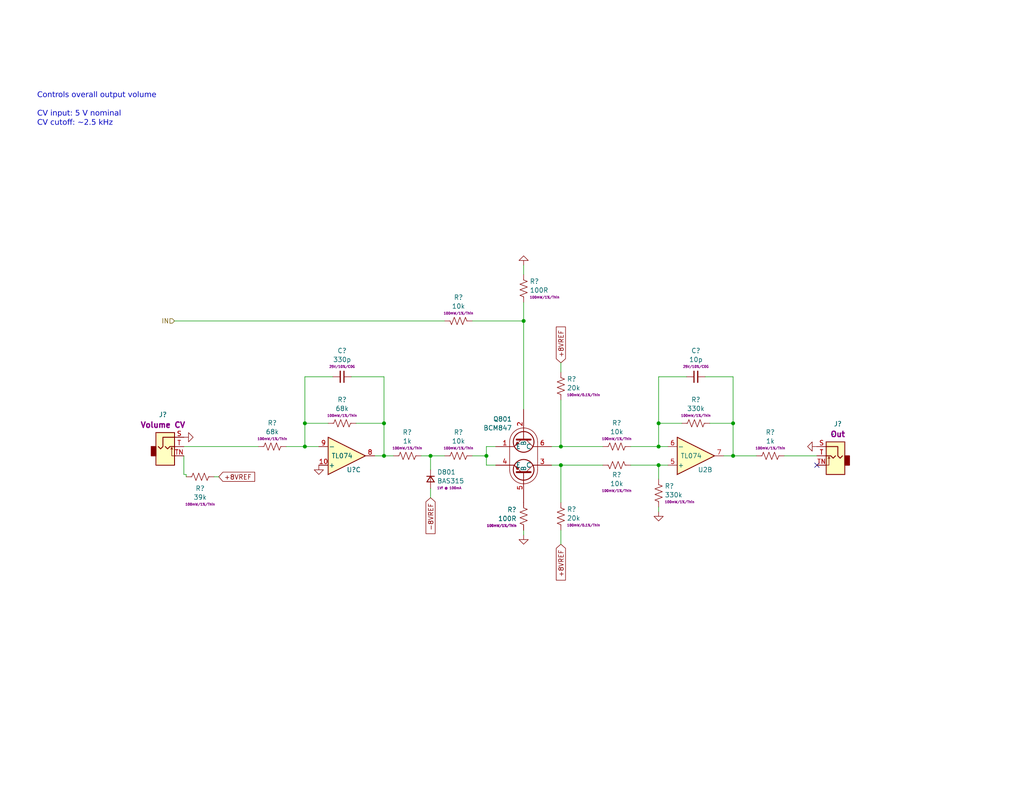
<source format=kicad_sch>
(kicad_sch (version 20250114) (generator "eeschema") (generator_version "9.0")
  (paper "USLetter")
  (title_block (title "Neptune") (date "2023-11-09") (rev "v3") (company "Winterbloom") (comment 1 "Carson Walls") (comment 2 "CERN-OHL-P v2") (comment 3 "neptune.wntr.dev"))
  (lib_symbols
    (symbol "Device:C_Small" (pin_numbers (hide yes)) (pin_names (offset 0.254) (hide yes))
      (property "Reference" "C" (at 0.254 1.778 0))
      (property "Value" "C_Small" (at 0.254 -2.032 0))
      (symbol "C_Small_0_1"
        (polyline (pts (xy -1.524 0.508) (xy 1.524 0.508)) (stroke (width 0.3048)))
        (polyline (pts (xy -1.524 -0.508) (xy 1.524 -0.508)) (stroke (width 0.3302)))
      )
      (symbol "C_Small_1_1"
        (pin passive line (at 0 2.54 270) (length 2.032) (name "~") (number "1"))
        (pin passive line (at 0 -2.54 90) (length 2.032) (name "~") (number "2"))
      )
    )
    (symbol "Device:D_Small" (pin_numbers (hide yes)) (pin_names (offset 0.254) (hide yes))
      (property "Reference" "D" (at -1.27 2.032 0))
      (property "Value" "D_Small" (at -3.81 -2.032 0))
      (symbol "D_Small_0_1"
        (polyline (pts (xy -0.762 0) (xy 0.762 0)))
        (polyline (pts (xy -0.762 -1.016) (xy -0.762 1.016)) (stroke (width 0.254)))
        (polyline (pts (xy 0.762 -1.016) (xy -0.762 0) (xy 0.762 1.016) (xy 0.762 -1.016)) (stroke (width 0.254)))
      )
      (symbol "D_Small_1_1"
        (pin passive line (at -2.54 0 0) (length 1.778) (name "K") (number "1"))
        (pin passive line (at 2.54 0 180) (length 1.778) (name "A") (number "2"))
      )
    )
    (symbol "Device:R_US" (pin_numbers (hide yes)) (pin_names (offset 0))
      (property "Reference" "R" (at 2.54 0 90))
      (property "Value" "R_US" (at -2.54 0 90))
      (symbol "R_US_0_1"
        (polyline (pts (xy 0 2.286) (xy 0 2.54)))
        (polyline (pts (xy 0 2.286) (xy 1.016 1.905) (xy 0 1.524) (xy -1.016 1.143) (xy 0 0.762)))
        (polyline (pts (xy 0 0.762) (xy 1.016 0.381) (xy 0 0) (xy -1.016 -0.381) (xy 0 -0.762)))
        (polyline (pts (xy 0 -0.762) (xy 1.016 -1.143) (xy 0 -1.524) (xy -1.016 -1.905) (xy 0 -2.286)))
        (polyline (pts (xy 0 -2.286) (xy 0 -2.54)))
      )
      (symbol "R_US_1_1"
        (pin passive line (at 0 3.81 270) (length 1.27) (name "~") (number "1"))
        (pin passive line (at 0 -3.81 90) (length 1.27) (name "~") (number "2"))
      )
    )
    (symbol "power:GND" (power) (pin_names (offset 0))
      (property "Value" "GND" (at 0 -3.81 0))
      (symbol "GND_0_1"
        (polyline (pts (xy 0 0) (xy 0 -1.27) (xy 1.27 -1.27) (xy 0 -2.54) (xy -1.27 -1.27) (xy 0 -1.27)))
      )
      (symbol "GND_1_1"
        (pin power_in line (at 0 0 270) (length 0) (hide yes) (name "GND") (number "1"))
      )
    )
    (symbol "winterbloom:BCM847"
      (property "Reference" "Q?" (at 3.81 7.62 0))
      (property "Value" "BCM847" (at 3.81 5.715 0))
      (symbol "BCM847_0_1"
        (polyline (pts (xy -4.445 1.905) (xy -4.445 -1.905) (xy -4.445 -1.905)) (stroke (width 0.508)))
        (polyline (pts (xy -4.445 0.635) (xy -2.54 2.54)))
        (polyline (pts (xy -4.445 -0.635) (xy -2.54 -2.54) (xy -2.54 -2.54)))
        (circle (center -3.81 0) (radius 2.8194) (stroke (width 0.254)))
        (polyline (pts (xy -3.81 -1.778) (xy -3.302 -1.27) (xy -2.794 -2.286) (xy -3.81 -1.778) (xy -3.81 -1.778)) (fill (type outline)))
        (arc (start -3.81 -3.81) (mid -6.5036 -2.6936) (end -7.62 0))
        (arc (start -7.62 0) (mid -6.5033 2.6933) (end -3.81 3.81))
        (arc (start 3.81 3.81) (mid 6.5035 2.6935) (end 7.62 0))
        (arc (start 7.62 0) (mid 6.5038 -2.6938) (end 3.81 -3.81))
        (polyline (pts (xy 3.81 3.81) (xy -3.81 3.81)))
        (circle (center 3.81 0) (radius 2.8194) (stroke (width 0.254)))
        (polyline (pts (xy 3.81 -1.778) (xy 3.302 -1.27) (xy 2.794 -2.286) (xy 3.81 -1.778) (xy 3.81 -1.778)) (fill (type outline)))
        (polyline (pts (xy 3.81 -3.81) (xy -3.81 -3.81)))
        (polyline (pts (xy 4.445 1.905) (xy 4.445 -1.905) (xy 4.445 -1.905)) (stroke (width 0.508)))
        (polyline (pts (xy 4.445 0.635) (xy 2.54 2.54)))
        (polyline (pts (xy 4.445 -0.635) (xy 2.54 -2.54) (xy 2.54 -2.54)))
      )
      (symbol "BCM847_1_1"
        (pin input line (at -12.7 0 0) (length 8) (name "B") (number "2"))
        (pin passive line (at -2.54 7.62 270) (length 5) (name "C") (number "6"))
        (pin passive line (at -2.54 -7.62 90) (length 5) (name "E") (number "1"))
        (pin passive line (at 2.54 7.62 270) (length 5) (name "C") (number "3"))
        (pin passive line (at 2.54 -7.62 90) (length 5) (name "E") (number "4"))
        (pin input line (at 12.7 0 180) (length 8) (name "B") (number "5"))
      )
    )
    (symbol "winterbloom:Eurorack_Mono_Jack" (pin_names (hide yes))
      (property "Reference" "J" (at 3.302 -4.064 0))
      (property "Value" "Eurorack_Mono_Jack" (at 0 5.08 0))
      (symbol "Eurorack_Mono_Jack_0_1"
        (polyline (pts (xy -2.54 1.27) (xy -1.778 1.27) (xy -1.778 -1.016) (xy -1.524 -0.508)))
        (polyline (pts (xy -2.54 -3.81) (xy 0.635 -3.81) (xy 0.635 -1.27) (xy 1.27 -0.635) (xy 1.905 -1.27)) (stroke (width 0.254)))
        (rectangle (start -2.54 -5.08) (end 2.54 3.81) (stroke (width 0.254)) (fill (type background)))
        (polyline (pts (xy -1.778 -1.016) (xy -2.032 -0.508)))
        (polyline (pts (xy 0 -1.27) (xy -0.635 -0.635) (xy -1.27 -1.27) (xy -2.54 -1.27)) (stroke (width 0.254)))
        (rectangle (start 2.54 -1.27) (end 3.81 1.27) (stroke (width 0.254)) (fill (type outline)))
      )
      (symbol "Eurorack_Mono_Jack_1_1"
        (pin passive line (at -5.08 1.27 0) (length 2.54) (name "Tip_normalize") (number "TN"))
        (pin passive line (at -5.08 -1.27 0) (length 2.54) (name "Tip") (number "T"))
        (pin passive line (at -5.08 -3.81 0) (length 2.54) (name "Sleeve") (number "S"))
      )
    )
    (symbol "winterbloom:TL074" (pin_names (offset 0.127))
      (property "Reference" "U" (at 0 3.81 0))
      (property "Value" "TL074" (at 0 -3.81 0))
      (symbol "TL074_1_1"
        (polyline (pts (xy -5.08 5.08) (xy 5.08 0) (xy -5.08 -5.08) (xy -5.08 5.08)) (stroke (width 0.254)) (fill (type background)))
        (pin input line (at -7.62 2.54 0) (length 2.54) (name "+") (number "3"))
        (pin input line (at -7.62 -2.54 0) (length 2.54) (name "-") (number "2"))
        (pin output line (at 7.62 0 180) (length 2.54) (name "~") (number "1"))
      )
      (symbol "TL074_2_1"
        (polyline (pts (xy -5.08 5.08) (xy 5.08 0) (xy -5.08 -5.08) (xy -5.08 5.08)) (stroke (width 0.254)) (fill (type background)))
        (pin input line (at -7.62 2.54 0) (length 2.54) (name "+") (number "5"))
        (pin input line (at -7.62 -2.54 0) (length 2.54) (name "-") (number "6"))
        (pin output line (at 7.62 0 180) (length 2.54) (name "~") (number "7"))
      )
      (symbol "TL074_3_1"
        (polyline (pts (xy -5.08 5.08) (xy 5.08 0) (xy -5.08 -5.08) (xy -5.08 5.08)) (stroke (width 0.254)) (fill (type background)))
        (pin input line (at -7.62 2.54 0) (length 2.54) (name "+") (number "10"))
        (pin input line (at -7.62 -2.54 0) (length 2.54) (name "-") (number "9"))
        (pin output line (at 7.62 0 180) (length 2.54) (name "~") (number "8"))
      )
      (symbol "TL074_4_1"
        (polyline (pts (xy -5.08 5.08) (xy 5.08 0) (xy -5.08 -5.08) (xy -5.08 5.08)) (stroke (width 0.254)) (fill (type background)))
        (pin input line (at -7.62 2.54 0) (length 2.54) (name "+") (number "12"))
        (pin input line (at -7.62 -2.54 0) (length 2.54) (name "-") (number "13"))
        (pin output line (at 7.62 0 180) (length 2.54) (name "~") (number "14"))
      )
      (symbol "TL074_5_1"
        (polyline (pts (xy -5.08 5.08) (xy 5.08 0) (xy -5.08 -5.08) (xy -5.08 5.08)) (stroke (width 0.254)) (fill (type background)))
        (pin power_in line (at -2.54 7.62 270) (length 3.81) (name "V+") (number "4"))
        (pin power_in line (at -2.54 -7.62 90) (length 3.81) (name "V-") (number "11"))
      )
    )
  )
  (text "Controls overall output volume\n\nCV input: 5 V nominal\nCV cutoff: ~2.5 kHz\n\n" (at 10.16 37.465 0) (effects (font (size 1.5 1.5)) (justify left bottom)))
  (junction (at 153.035 127))
  (junction (at 179.705 121.92))
  (junction (at 104.775 115.57))
  (junction (at 132.715 124.46))
  (junction (at 200.025 124.46))
  (junction (at 117.475 124.46))
  (junction (at 83.185 115.57))
  (junction (at 179.705 127))
  (junction (at 142.875 87.63))
  (junction (at 104.775 124.46))
  (junction (at 153.035 121.92))
  (junction (at 200.025 115.57))
  (junction (at 179.705 115.57))
  (junction (at 83.185 121.92))
  (no_connect (at 222.885 127))
  (wire (pts (xy 104.775 102.87) (xy 95.885 102.87)))
  (wire (pts (xy 172.085 121.92) (xy 179.705 121.92)))
  (wire (pts (xy 128.905 124.46) (xy 132.715 124.46)))
  (wire (pts (xy 142.875 146.05) (xy 142.875 144.78)))
  (wire (pts (xy 150.495 127) (xy 153.035 127)))
  (wire (pts (xy 50.8 129.54) (xy 50.165 129.54)))
  (wire (pts (xy 50.165 121.92) (xy 70.485 121.92)))
  (wire (pts (xy 179.705 115.57) (xy 186.055 115.57)))
  (wire (pts (xy 179.705 115.57) (xy 179.705 121.92)))
  (wire (pts (xy 132.715 121.92) (xy 135.255 121.92)))
  (wire (pts (xy 83.185 115.57) (xy 89.535 115.57)))
  (wire (pts (xy 142.875 72.39) (xy 142.875 74.93)))
  (wire (pts (xy 179.705 127) (xy 182.245 127)))
  (wire (pts (xy 153.035 127) (xy 164.465 127)))
  (wire (pts (xy 128.905 87.63) (xy 142.875 87.63)))
  (wire (pts (xy 104.775 124.46) (xy 104.775 115.57)))
  (wire (pts (xy 200.025 115.57) (xy 200.025 124.46)))
  (wire (pts (xy 150.495 121.92) (xy 153.035 121.92)))
  (wire (pts (xy 179.705 121.92) (xy 182.245 121.92)))
  (wire (pts (xy 187.325 102.87) (xy 179.705 102.87)))
  (wire (pts (xy 200.025 102.87) (xy 200.025 115.57)))
  (wire (pts (xy 117.475 124.46) (xy 117.475 128.27)))
  (wire (pts (xy 78.105 121.92) (xy 83.185 121.92)))
  (wire (pts (xy 200.025 124.46) (xy 206.375 124.46)))
  (wire (pts (xy 179.705 127) (xy 179.705 130.81)))
  (wire (pts (xy 193.675 115.57) (xy 200.025 115.57)))
  (wire (pts (xy 121.285 87.63) (xy 47.625 87.63)))
  (wire (pts (xy 104.775 115.57) (xy 97.155 115.57)))
  (wire (pts (xy 117.475 124.46) (xy 121.285 124.46)))
  (wire (pts (xy 83.185 115.57) (xy 83.185 121.92)))
  (wire (pts (xy 153.035 121.92) (xy 164.465 121.92)))
  (wire (pts (xy 50.8 129.54) (xy 50.8 130.175)))
  (wire (pts (xy 83.185 121.92) (xy 86.995 121.92)))
  (wire (pts (xy 132.715 127) (xy 135.255 127)))
  (wire (pts (xy 104.775 115.57) (xy 104.775 102.87)))
  (wire (pts (xy 213.995 124.46) (xy 222.885 124.46)))
  (wire (pts (xy 50.165 129.54) (xy 50.165 124.46)))
  (wire (pts (xy 179.705 102.87) (xy 179.705 115.57)))
  (wire (pts (xy 197.485 124.46) (xy 200.025 124.46)))
  (wire (pts (xy 114.935 124.46) (xy 117.475 124.46)))
  (wire (pts (xy 102.235 124.46) (xy 104.775 124.46)))
  (wire (pts (xy 83.185 102.87) (xy 83.185 115.57)))
  (wire (pts (xy 132.715 124.46) (xy 132.715 127)))
  (wire (pts (xy 104.775 124.46) (xy 107.315 124.46)))
  (wire (pts (xy 132.715 121.92) (xy 132.715 124.46)))
  (wire (pts (xy 83.185 102.87) (xy 90.805 102.87)))
  (wire (pts (xy 172.085 127) (xy 179.705 127)))
  (wire (pts (xy 153.035 127) (xy 153.035 137.16)))
  (wire (pts (xy 153.035 99.06) (xy 153.035 101.6)))
  (wire (pts (xy 153.035 144.78) (xy 153.035 148.59)))
  (wire (pts (xy 153.035 109.22) (xy 153.035 121.92)))
  (wire (pts (xy 179.705 138.43) (xy 179.705 139.7)))
  (wire (pts (xy 142.875 87.63) (xy 142.875 111.76)))
  (wire (pts (xy 117.475 133.35) (xy 117.475 135.89)))
  (wire (pts (xy 59.69 130.175) (xy 58.42 130.175)))
  (wire (pts (xy 192.405 102.87) (xy 200.025 102.87)))
  (wire (pts (xy 142.875 82.55) (xy 142.875 87.63)))
  (global_label "+8VREF" (shape input) (at 59.69 130.175 0) (property "Intersheetrefs" "${INTERSHEET_REFS}" (effects (hide yes))))
  (global_label "+8VREF" (shape input) (at 153.035 99.06 90) (property "Intersheetrefs" "${INTERSHEET_REFS}" (effects (hide yes))))
  (global_label "-8VREF" (shape input) (at 117.475 135.89 270) (property "Intersheetrefs" "${INTERSHEET_REFS}" (effects (hide yes))))
  (global_label "+8VREF" (shape input) (at 153.035 148.59 270) (property "Intersheetrefs" "${INTERSHEET_REFS}" (effects (hide yes))))
  (hierarchical_label "IN" (shape input) (at 47.625 87.63 180))
  (symbol (lib_id "Device:R_US") (at 153.035 105.41 180) (unit 1)
    (property "Reference" "R809" (at 154.686 103.4926 0) (effects (justify right)))
    (property "Value" "20k" (at 154.686 105.9168 0) (effects (justify right)))
    (property "Footprint" "winterbloom:R_0603_HandSolder" (effects (hide yes)))
    (property "Rating" "100mW/0.1%/Thin" (at 154.686 107.8342 0) (effects (font (size 0.64 0.64)) (justify right)))
    (property "DigiKey" "YAG1582CT-ND" (effects (hide yes)))
    (property "LCSC" "C723637" (effects (hide yes)))
    (property "Substitutes Allowed" "Ask" (effects (hide yes)))
    (property "MPN" "RT0603BRD0720KL" (effects (hide yes)))
    (instances (project "board" (path "" (reference "R?") (unit 1))) (project "mainboard" (path "" (reference "R809") (unit 1))))
  )
  (symbol (lib_id "Device:R_US") (at 153.035 140.97 180) (unit 1)
    (property "Reference" "R810" (at 154.686 139.0526 0) (effects (justify right)))
    (property "Value" "20k" (at 154.686 141.4768 0) (effects (justify right)))
    (property "Footprint" "winterbloom:R_0603_HandSolder" (effects (hide yes)))
    (property "Rating" "100mW/0.1%/Thin" (at 154.686 143.3942 0) (effects (font (size 0.64 0.64)) (justify right)))
    (property "DigiKey" "YAG1582CT-ND" (effects (hide yes)))
    (property "LCSC" "C723637" (effects (hide yes)))
    (property "Substitutes Allowed" "Ask" (effects (hide yes)))
    (property "MPN" "RT0603BRD0720KL" (effects (hide yes)))
    (instances (project "board" (path "" (reference "R?") (unit 1))) (project "mainboard" (path "" (reference "R810") (unit 1))))
  )
  (symbol (lib_id "Device:R_US") (at 74.295 121.92 270) (unit 1)
    (property "Reference" "R802" (at 74.295 115.4761 90))
    (property "Value" "68k" (at 74.295 117.9003 90))
    (property "Footprint" "winterbloom:R_0603_HandSolder" (effects (hide yes)))
    (property "Rating" "100mW/1%/Thin" (at 74.295 119.8177 90) (effects (font (size 0.64 0.64))))
    (property "DigiKey" "YAG5967CT-ND" (effects (hide yes)))
    (property "LCSC" "C706189" (effects (hide yes)))
    (property "Substitutes Allowed" "Yes" (effects (hide yes)))
    (property "MPN" "RT0603FRE0768KL" (effects (hide yes)))
    (instances (project "board" (path "" (reference "R?") (unit 1))) (project "mainboard" (path "" (reference "R802") (unit 1))))
  )
  (symbol (lib_id "Device:R_US") (at 125.095 87.63 90) (mirror x) (unit 1)
    (property "Reference" "R805" (at 125.095 81.1861 90))
    (property "Value" "10k" (at 125.095 83.6103 90))
    (property "Footprint" "winterbloom:R_0603_HandSolder" (effects (hide yes)))
    (property "Rating" "100mW/1%/Thin" (at 125.095 85.5277 90) (effects (font (size 0.64 0.64))))
    (property "DigiKey" "YAG2321CT-ND" (effects (hide yes)))
    (property "LCSC" "C469659" (effects (hide yes)))
    (property "Substitutes Allowed" "Yes" (effects (hide yes)))
    (property "MPN" "RT0603FRE0710KL" (effects (hide yes)))
    (instances (project "board" (path "" (reference "R?") (unit 1))) (project "mainboard" (path "" (reference "R805") (unit 1))))
  )
  (symbol (lib_id "winterbloom:Eurorack_Mono_Jack") (at 227.965 125.73 0) (mirror x) (unit 1)
    (property "Reference" "J802" (at 228.6 115.7409 0))
    (property "Value" "~" (at 227.1522 118.5164 0))
    (property "Footprint" "winterbloom:AudioJack_WQP518MA_Compact_S_LongPads" (effects (hide yes)))
    (property "Datasheet" "http://www.qingpu-electronics.com/en/products/WQP-PJ398SM-362.html" (effects (hide yes)))
    (property "MPN" "WQP-WQP518MA" (effects (hide yes)))
    (property "Name" "Out" (at 228.6 118.5475 0) (effects (font (size 1.5 1.5) (bold yes))))
    (instances (project "board" (path "" (reference "J?") (unit 1))) (project "mainboard" (path "" (reference "J802") (unit 1))))
  )
  (symbol (lib_id "Device:R_US") (at 168.275 127 270) (mirror x) (unit 1)
    (property "Reference" "R812" (at 168.275 129.6434 90))
    (property "Value" "10k" (at 168.275 132.0676 90))
    (property "Footprint" "winterbloom:R_0603_HandSolder" (effects (hide yes)))
    (property "Rating" "100mW/1%/Thin" (at 168.275 133.985 90) (effects (font (size 0.64 0.64))))
    (property "DigiKey" "YAG2321CT-ND" (effects (hide yes)))
    (property "LCSC" "C469659" (effects (hide yes)))
    (property "Substitutes Allowed" "Yes" (effects (hide yes)))
    (property "MPN" "RT0603FRE0710KL" (effects (hide yes)))
    (instances (project "board" (path "" (reference "R?") (unit 1))) (project "mainboard" (path "" (reference "R812") (unit 1))))
  )
  (symbol (lib_id "winterbloom:TL074") (at 189.865 124.46 0) (mirror x) (unit 2)
    (property "Reference" "U2" (at 192.405 128.27 0))
    (property "Value" "TL074" (at 188.595 124.46 0))
    (property "Footprint" "Package_SO:TSSOP-14_4.4x5mm_P0.65mm" (effects (hide yes)))
    (property "Datasheet" "https://www.ti.com/lit/ds/symlink/tl071.pdf" (effects (hide yes)))
    (property "MPN" "TL074HIPWR" (effects (hide yes)))
    (property "DigiKey" "296-TL074HIPWRCT-ND" (effects (hide yes)))
    (property "LCSC" "C4370424" (effects (hide yes)))
    (property "Substitutes Allowed" "No" (effects (hide yes)))
    (property "Notes" "TL074H over TL074C due to better input offset voltage" (effects (hide yes)))
  )
  (symbol (lib_id "power:GND") (at 179.705 139.7 0) (unit 1)
    (property "Reference" "#PWR0805" (effects (hide yes)))
    (property "Value" "GND" (effects (hide yes)))
    (instances (project "board" (path "" (reference "#PWR?") (unit 1))) (project "mainboard" (path "" (reference "#PWR0805") (unit 1))))
  )
  (symbol (lib_id "power:GND") (at 50.165 119.38 90) (unit 1)
    (property "Reference" "#PWR0801" (effects (hide yes)))
    (property "Value" "GND" (effects (hide yes)))
    (instances (project "board" (path "" (reference "#PWR?") (unit 1))) (project "mainboard" (path "" (reference "#PWR0801") (unit 1))))
  )
  (symbol (lib_id "Device:R_US") (at 189.865 115.57 270) (unit 1)
    (property "Reference" "R814" (at 189.865 109.1261 90))
    (property "Value" "330k" (at 189.865 111.5503 90))
    (property "Footprint" "winterbloom:R_0603_HandSolder" (effects (hide yes)))
    (property "Rating" "100mW/1%/Thin" (at 189.865 113.4677 90) (effects (font (size 0.64 0.64))))
    (property "DigiKey" "13-RT0603FRE07330KLCT-ND" (effects (hide yes)))
    (property "LCSC" "C863745" (effects (hide yes)))
    (property "Substitutes Allowed" "Yes" (effects (hide yes)))
    (property "MPN" "RT0603FRE07330KL" (effects (hide yes)))
    (instances (project "board" (path "" (reference "R?") (unit 1))) (project "mainboard" (path "" (reference "R814") (unit 1))))
  )
  (symbol (lib_id "power:GND") (at 86.995 127 0) (unit 1)
    (property "Reference" "#PWR0802" (effects (hide yes)))
    (property "Value" "GND" (effects (hide yes)))
    (instances (project "board" (path "" (reference "#PWR?") (unit 1))) (project "mainboard" (path "" (reference "#PWR0802") (unit 1))))
  )
  (symbol (lib_id "winterbloom:TL074") (at 94.615 124.46 0) (mirror x) (unit 3)
    (property "Reference" "U2" (at 96.52 128.27 0))
    (property "Value" "TL074" (at 93.345 124.46 0))
    (property "Footprint" "Package_SO:TSSOP-14_4.4x5mm_P0.65mm" (effects (hide yes)))
    (property "Datasheet" "https://www.ti.com/lit/ds/symlink/tl071.pdf" (effects (hide yes)))
    (property "MPN" "TL074HIPWR" (effects (hide yes)))
    (property "DigiKey" "296-TL074HIPWRCT-ND" (effects (hide yes)))
    (property "LCSC" "C4370424" (effects (hide yes)))
    (property "Substitutes Allowed" "No" (effects (hide yes)))
    (property "Notes" "TL074H over TL074C due to better input offset voltage" (effects (hide yes)))
    (instances (project "VCA_0.3" (path "" (reference "U?") (unit 3))) (project "mainboard" (path "" (reference "U2") (unit 3))) (project "VCA" (path "" (reference "U?") (unit 3)) (path "" (reference "U?") (unit 3))))
  )
  (symbol (lib_id "Device:R_US") (at 142.875 78.74 180) (unit 1)
    (property "Reference" "R807" (at 144.526 76.8226 0) (effects (justify right)))
    (property "Value" "100R" (at 144.526 79.2468 0) (effects (justify right)))
    (property "Footprint" "winterbloom:R_0603_HandSolder" (effects (hide yes)))
    (property "Rating" "100mW/1%/Thin" (at 144.526 81.1642 0) (effects (font (size 0.64 0.64)) (justify right)))
    (property "DigiKey" "YAG1497CT-ND" (effects (hide yes)))
    (property "LCSC" "C122970" (effects (hide yes)))
    (property "Substitutes Allowed" "Ask" (effects (hide yes)))
    (property "MPN" "RT0603BRD07100RL" (effects (hide yes)))
    (instances (project "board" (path "" (reference "R?") (unit 1))) (project "mainboard" (path "" (reference "R807") (unit 1))))
  )
  (symbol (lib_id "winterbloom:Eurorack_Mono_Jack") (at 45.085 123.19 180) (unit 1)
    (property "Reference" "J801" (at 44.45 113.2009 0))
    (property "Value" "~" (at 45.8978 115.9764 0))
    (property "Footprint" "winterbloom:AudioJack_WQP518MA_Compact_S_LongPads" (effects (hide yes)))
    (property "Datasheet" "http://www.qingpu-electronics.com/en/products/WQP-PJ398SM-362.html" (effects (hide yes)))
    (property "MPN" "WQP-WQP518MA" (effects (hide yes)))
    (property "Name" "Volume CV" (at 44.45 116.0075 0) (effects (font (size 1.5 1.5) (bold yes))))
    (instances (project "board" (path "" (reference "J?") (unit 1))) (project "mainboard" (path "" (reference "J801") (unit 1))))
  )
  (symbol (lib_id "Device:D_Small") (at 117.475 130.81 90) (mirror x) (unit 1)
    (property "Reference" "D801" (at 119.253 128.8926 90) (effects (justify right)))
    (property "Value" "BAS315" (at 119.253 131.3168 90) (effects (justify right)))
    (property "Footprint" "winterbloom:D_SOD-323" (effects (hide yes)))
    (property "MPN" "BAS316,115" (effects (hide yes)))
    (property "Rating" "1Vf @ 100mA" (at 119.253 133.2342 90) (effects (font (size 0.64 0.64)) (justify right)))
    (property "Notes" "Clipping diode" (effects (hide yes)))
    (property "DigiKey" "1727-4309-2-ND" (effects (hide yes)))
    (property "LCSC" "C109218" (effects (hide yes)))
    (property "Substitutes Allowed" "No" (effects (hide yes)))
    (instances (project "mainboard" (path "" (reference "D801") (unit 1))) (project "Diode_Ladder_Filter_V0.5" (path "" (reference "D?") (unit 1))))
  )
  (symbol (lib_id "winterbloom:BCM847") (at 142.875 124.46 270) (unit 1)
    (property "Reference" "Q801" (at 139.7 114.4158 90) (effects (justify right)))
    (property "Value" "BCM847" (at 139.7 116.84 90) (effects (justify right)))
    (property "Footprint" "Package_TO_SOT_SMD:SOT-363_SC-70-6" (effects (hide yes)))
    (property "Datasheet" "https://assets.nexperia.com/documents/data-sheet/BCM847BS.pdf" (effects (hide yes)))
    (property "MPN" "BCM847BS,115" (effects (hide yes)))
    (property "DigiKey" "1727-5456-1-ND" (effects (hide yes)))
    (property "LCSC" " C396099" (effects (hide yes)))
    (property "Substitutes Allowed" "No" (effects (hide yes)))
    (instances (project "mainboard" (path "" (reference "Q801") (unit 1))) (project "Diode_Ladder_Filter_V0.5" (path "" (reference "Q?") (unit 1))))
  )
  (symbol (lib_id "Device:R_US") (at 179.705 134.62 0) (unit 1)
    (property "Reference" "R813" (at 181.356 132.7026 0) (effects (justify left)))
    (property "Value" "330k" (at 181.356 135.1268 0) (effects (justify left)))
    (property "Footprint" "winterbloom:R_0603_HandSolder" (effects (hide yes)))
    (property "Rating" "100mW/1%/Thin" (at 181.356 137.0442 0) (effects (font (size 0.64 0.64)) (justify left)))
    (property "DigiKey" "13-RT0603FRE07330KLCT-ND" (effects (hide yes)))
    (property "LCSC" "C863745" (effects (hide yes)))
    (property "Substitutes Allowed" "Yes" (effects (hide yes)))
    (property "MPN" "RT0603FRE07330KL" (effects (hide yes)))
    (instances (project "board" (path "" (reference "R?") (unit 1))) (project "mainboard" (path "" (reference "R813") (unit 1))))
  )
  (symbol (lib_id "Device:C_Small") (at 189.865 102.87 90) (unit 1)
    (property "Reference" "C802" (at 189.8713 95.753 90))
    (property "Value" "10p" (at 189.8713 98.1772 90))
    (property "Footprint" "winterbloom:C_0603_HandSolder" (effects (hide yes)))
    (property "Rating" "25V/10%/C0G" (at 189.8713 100.0946 90) (effects (font (size 0.64 0.64))))
    (property "DigiKey" "1276-1027-1-ND" (effects (hide yes)))
    (property "LCSC" "C1634" (effects (hide yes)))
    (property "MPN" "CL10C100JB8NNNC" (effects (hide yes)))
    (property "Substitutes Allowed" "Yes" (effects (hide yes)))
    (instances (project "board" (path "" (reference "C?") (unit 1))) (project "mainboard" (path "" (reference "C802") (unit 1))) (project "VCA" (path "" (reference "C?") (unit 1)) (path "" (reference "C?") (unit 1))))
  )
  (symbol (lib_id "Device:R_US") (at 111.125 124.46 270) (unit 1)
    (property "Reference" "R804" (at 111.125 118.0161 90))
    (property "Value" "1k" (at 111.125 120.4403 90))
    (property "Footprint" "winterbloom:R_0603_HandSolder" (effects (hide yes)))
    (property "Rating" "100mW/1%/Thin" (at 111.125 122.3577 90) (effects (font (size 0.64 0.64))))
    (property "MPN" "RT0603FRE071KL" (effects (hide yes)))
    (property "DigiKey" "YAG2323TR-ND" (effects (hide yes)))
    (property "LCSC" "C375503" (effects (hide yes)))
    (property "Substitutes Allowed" "Yes" (effects (hide yes)))
    (instances (project "board" (path "" (reference "R?") (unit 1))) (project "mainboard" (path "" (reference "R804") (unit 1))))
  )
  (symbol (lib_id "Device:C_Small") (at 93.345 102.87 270) (unit 1)
    (property "Reference" "C801" (at 93.3386 95.753 90))
    (property "Value" "330p" (at 93.3386 98.1772 90))
    (property "Footprint" "winterbloom:C_0603_HandSolder" (effects (hide yes)))
    (property "Rating" "25V/10%/C0G" (at 93.3386 100.0946 90) (effects (font (size 0.64 0.64))))
    (property "DigiKey" "1276-1073-1-ND" (effects (hide yes)))
    (property "LCSC" "C1664" (effects (hide yes)))
    (property "MPN" "CL10C331JB8NNNC" (effects (hide yes)))
    (property "Substitutes Allowed" "Yes" (effects (hide yes)))
    (instances (project "board" (path "" (reference "C?") (unit 1))) (project "mainboard" (path "" (reference "C801") (unit 1))))
  )
  (symbol (lib_id "Device:R_US") (at 125.095 124.46 270) (unit 1)
    (property "Reference" "R806" (at 125.095 118.0161 90))
    (property "Value" "10k" (at 125.095 120.4403 90))
    (property "Footprint" "winterbloom:R_0603_HandSolder" (effects (hide yes)))
    (property "Rating" "100mW/1%/Thin" (at 125.095 122.3577 90) (effects (font (size 0.64 0.64))))
    (property "DigiKey" "YAG2321CT-ND" (effects (hide yes)))
    (property "LCSC" "C469659" (effects (hide yes)))
    (property "Substitutes Allowed" "Yes" (effects (hide yes)))
    (property "MPN" "RT0603FRE0710KL" (effects (hide yes)))
    (instances (project "board" (path "" (reference "R?") (unit 1))) (project "mainboard" (path "" (reference "R806") (unit 1))))
  )
  (symbol (lib_id "power:GND") (at 142.875 72.39 180) (unit 1)
    (property "Reference" "#PWR0803" (effects (hide yes)))
    (property "Value" "GND" (effects (hide yes)))
    (instances (project "board" (path "" (reference "#PWR?") (unit 1))) (project "mainboard" (path "" (reference "#PWR0803") (unit 1))))
  )
  (symbol (lib_id "Device:R_US") (at 210.185 124.46 270) (unit 1)
    (property "Reference" "R815" (at 210.185 118.0161 90))
    (property "Value" "1k" (at 210.185 120.4403 90))
    (property "Footprint" "winterbloom:R_0603_HandSolder" (effects (hide yes)))
    (property "Rating" "100mW/1%/Thin" (at 210.185 122.3577 90) (effects (font (size 0.64 0.64))))
    (property "DigiKey" "YAG2323TR-ND" (effects (hide yes)))
    (property "LCSC" "C375503" (effects (hide yes)))
    (property "Substitutes Allowed" "Yes" (effects (hide yes)))
    (property "MPN" "RT0603FRE071KL" (effects (hide yes)))
    (instances (project "board" (path "" (reference "R?") (unit 1))) (project "mainboard" (path "" (reference "R815") (unit 1))))
  )
  (symbol (lib_id "Device:R_US") (at 168.275 121.92 270) (unit 1)
    (property "Reference" "R811" (at 168.275 115.4761 90))
    (property "Value" "10k" (at 168.275 117.9003 90))
    (property "Footprint" "winterbloom:R_0603_HandSolder" (effects (hide yes)))
    (property "Rating" "100mW/1%/Thin" (at 168.275 119.8177 90) (effects (font (size 0.64 0.64))))
    (property "DigiKey" "YAG2321CT-ND" (effects (hide yes)))
    (property "LCSC" "C469659" (effects (hide yes)))
    (property "Substitutes Allowed" "Yes" (effects (hide yes)))
    (property "MPN" "RT0603FRE0710KL" (effects (hide yes)))
    (instances (project "board" (path "" (reference "R?") (unit 1))) (project "mainboard" (path "" (reference "R811") (unit 1))))
  )
  (symbol (lib_id "power:GND") (at 222.885 121.92 270) (unit 1)
    (property "Reference" "#PWR0806" (effects (hide yes)))
    (property "Value" "GND" (effects (hide yes)))
    (instances (project "board" (path "" (reference "#PWR?") (unit 1))) (project "mainboard" (path "" (reference "#PWR0806") (unit 1))))
  )
  (symbol (lib_id "Device:R_US") (at 142.875 140.97 180) (unit 1)
    (property "Reference" "R808" (at 140.97 139.1684 0) (effects (justify left)))
    (property "Value" "100R" (at 140.97 141.5926 0) (effects (justify left)))
    (property "Footprint" "winterbloom:R_0603_HandSolder" (effects (hide yes)))
    (property "Rating" "100mW/1%/Thin" (at 140.97 143.51 0) (effects (font (size 0.64 0.64)) (justify left)))
    (property "DigiKey" "YAG1497CT-ND" (effects (hide yes)))
    (property "LCSC" "C122970" (effects (hide yes)))
    (property "Substitutes Allowed" "Ask" (effects (hide yes)))
    (property "MPN" "RT0603BRD07100RL" (effects (hide yes)))
    (instances (project "board" (path "" (reference "R?") (unit 1))) (project "mainboard" (path "" (reference "R808") (unit 1))))
  )
  (symbol (lib_id "Device:R_US") (at 93.345 115.57 270) (unit 1)
    (property "Reference" "R803" (at 93.345 109.1261 90))
    (property "Value" "68k" (at 93.345 111.5503 90))
    (property "Footprint" "winterbloom:R_0603_HandSolder" (effects (hide yes)))
    (property "Rating" "100mW/1%/Thin" (at 93.345 113.4677 90) (effects (font (size 0.64 0.64))))
    (property "DigiKey" "YAG5967CT-ND" (effects (hide yes)))
    (property "LCSC" "C706189" (effects (hide yes)))
    (property "Substitutes Allowed" "Yes" (effects (hide yes)))
    (property "MPN" "RT0603FRE0768KL" (effects (hide yes)))
    (instances (project "board" (path "" (reference "R?") (unit 1))) (project "mainboard" (path "" (reference "R803") (unit 1))))
  )
  (symbol (lib_id "power:GND") (at 142.875 146.05 0) (unit 1)
    (property "Reference" "#PWR0804" (effects (hide yes)))
    (property "Value" "GND" (effects (hide yes)))
    (instances (project "board" (path "" (reference "#PWR?") (unit 1))) (project "mainboard" (path "" (reference "#PWR0804") (unit 1))))
  )
  (symbol (lib_id "Device:R_US") (at 54.61 130.175 90) (unit 1)
    (property "Reference" "R801" (at 54.61 133.35 90))
    (property "Value" "39k" (at 54.61 135.7742 90))
    (property "Footprint" "winterbloom:R_0603_HandSolder" (effects (hide yes)))
    (property "Rating" "100mW/1%/Thin" (at 54.61 137.6916 90) (effects (font (size 0.64 0.64))))
    (property "DigiKey" "13-RT0603FRE0739KLCT-ND" (effects (hide yes)))
    (property "LCSC" "C706166" (effects (hide yes)))
    (property "Substitutes Allowed" "Yes" (effects (hide yes)))
    (property "MPN" "RT0603FRE0739KL" (effects (hide yes)))
    (instances (project "board" (path "" (reference "R?") (unit 1))) (project "mainboard" (path "" (reference "R801") (unit 1))))
  )
)
</source>
